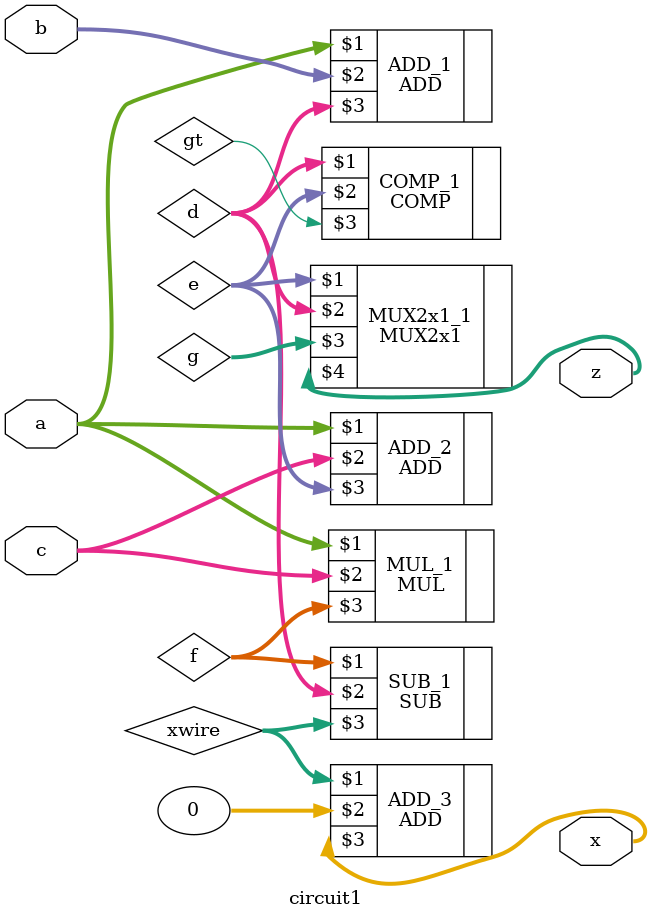
<source format=v>
`timescale 1ns / 1ns
module circuit1(a, b, c, z, x);
        input [7:0] a, b, c;
        
        output [7:0] z;
        output [15:0] x;
        
        wire [7:0] d, e;
        wire [15:0] f, g;
        wire [15:0] xwire;
        
        ADD #(.DATAWIDTH(8)) ADD_1(a, b, d); // d = a + b
        ADD #(.DATAWIDTH(8)) ADD_2(a, c, e); // e = a + c
        COMP #(.DATAWIDTH(8)) COMP_1(d,e,gt,,); // g = d > e
        MUX2x1 #(.DATAWIDTH(8)) MUX2x1_1(e,d,g,z); // z = g ? d : e
        MUL #(.DATAWIDTH(16)) MUL_1(a, c, f); // f = a * c
        SUB #(.DATAWIDTH(16)) SUB_1(f, d, xwire); // xwire = f - d
        ADD #(.DATAWIDTH(16)) ADD_3(xwire, 0, x); // x = xwire
        
endmodule

</source>
